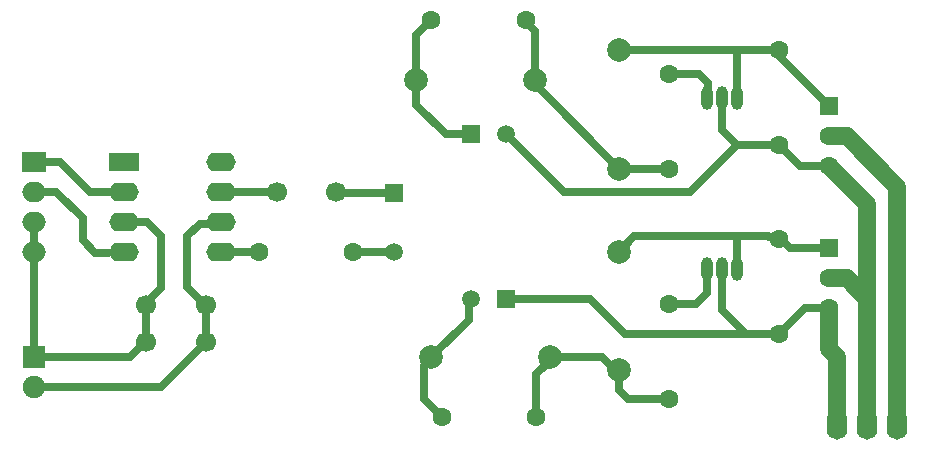
<source format=gbr>
G04*
G04 #@! TF.GenerationSoftware,Altium Limited,Altium Designer,23.6.0 (18)*
G04*
G04 Layer_Physical_Order=2*
G04 Layer_Color=16711680*
%FSLAX44Y44*%
%MOMM*%
G71*
G04*
G04 #@! TF.SameCoordinates,198A47D2-A43C-4DB8-9AD5-68398A9EFA91*
G04*
G04*
G04 #@! TF.FilePolarity,Positive*
G04*
G01*
G75*
%ADD10C,1.5000*%
%ADD11C,0.7000*%
%ADD12C,1.6000*%
%ADD13O,1.0000X2.0000*%
%ADD14O,1.0000X2.0000*%
%ADD15R,1.5000X1.5000*%
%ADD16C,1.5000*%
%ADD17R,1.5000X1.5000*%
%ADD18C,2.0000*%
%ADD19C,1.7000*%
%ADD20C,1.9000*%
%ADD21R,1.9000X1.9000*%
%ADD22R,2.5000X1.6000*%
%ADD23O,2.5000X1.6000*%
%ADD24O,2.0000X1.7000*%
%ADD25R,2.0000X1.7000*%
%ADD26R,1.6000X1.6000*%
%ADD27O,1.7500X2.5000*%
D10*
X1267900Y660000D02*
Y862100D01*
X1225191Y904809D02*
X1267900Y862100D01*
X1210000Y905000D02*
X1210191Y904809D01*
X1225191D01*
X1210000Y879600D02*
X1242500Y847100D01*
Y767500D02*
Y847100D01*
Y660000D02*
Y767500D01*
X1210000Y785000D02*
X1210191Y784809D01*
X1225191D01*
X1242500Y767500D01*
X1210000Y725000D02*
Y759600D01*
X1217100Y660000D02*
Y717900D01*
X1210000Y725000D02*
X1217100Y717900D01*
D11*
X1032350Y690150D02*
Y706850D01*
Y690150D02*
X1040000Y682500D01*
X1075000D01*
X973600Y717950D02*
X1017732D01*
X1028832Y706850D01*
X1032350D01*
X962500Y667150D02*
Y703332D01*
X973600Y714432D01*
Y717950D01*
X1167500Y737500D02*
X1189600Y759600D01*
X1210000D01*
X1008150Y766850D02*
X1037500Y737500D01*
X1140000D01*
X936850Y766850D02*
X1008150D01*
X1120000Y757500D02*
Y792500D01*
X1140000Y737500D02*
X1167500D01*
X1120000Y757500D02*
X1140000Y737500D01*
X1107000Y792200D02*
X1107300Y792500D01*
X1107000Y772000D02*
Y792200D01*
X1097500Y762500D02*
X1107000Y772000D01*
X1075000Y762500D02*
X1097500D01*
X1165778Y819222D02*
X1167500Y817500D01*
X1132700Y820000D02*
X1158900D01*
X1159677Y819222D02*
X1165778D01*
X1158900Y820000D02*
X1159677Y819222D01*
X1167500Y817500D02*
X1169935D01*
X1032350Y806850D02*
X1045500Y820000D01*
X1132700Y792500D02*
Y820000D01*
X1045500D02*
X1132700D01*
X1177035Y810400D02*
X1210000D01*
X1169935Y817500D02*
X1177035Y810400D01*
X960900Y952900D02*
Y993965D01*
X1092500Y857500D02*
X1132500Y897500D01*
X936850Y906850D02*
X986200Y857500D01*
X1092500D01*
X963387Y946463D02*
X1032350Y877500D01*
X963387Y946463D02*
Y950413D01*
X960900Y952900D02*
X963387Y950413D01*
X1167500Y897500D02*
X1185400Y879600D01*
X1210000D01*
X1169222Y971178D02*
X1210000Y930400D01*
X1169222Y971178D02*
Y975778D01*
X1167500Y977500D02*
X1169222Y975778D01*
X1132500Y897500D02*
X1167500D01*
X1122500Y907500D02*
X1132500Y897500D01*
X1120000Y910000D02*
X1122486Y907514D01*
X1122500Y907500D01*
X1122500D01*
X1120000Y910000D02*
Y937500D01*
X1107300D02*
X1107500Y937700D01*
Y950000D01*
X1100000Y957500D02*
X1107500Y950000D01*
X1075000Y957500D02*
X1100000D01*
X1132500Y977500D02*
X1167500D01*
X1032350D02*
X1132500D01*
X1132700Y937500D02*
Y977300D01*
X1132500Y977500D02*
X1132700Y977300D01*
X682300Y730650D02*
Y762400D01*
X537025Y692550D02*
X644200D01*
X682300Y730650D01*
X613250Y832250D02*
X632750D01*
X645000Y820000D01*
X632300Y762400D02*
Y763870D01*
X645000Y776570D01*
Y820000D01*
X632300Y730650D02*
Y762400D01*
X537075Y717950D02*
X618130D01*
X630830Y730650D01*
X632300D01*
X537050Y806850D02*
Y832250D01*
X537062Y717962D02*
X537075Y717950D01*
X537062Y717962D02*
Y806837D01*
X537050Y806850D02*
X537062Y806837D01*
X873600Y717950D02*
X905319Y749669D01*
Y765319D01*
X906850Y766850D01*
X873600Y716100D02*
Y717950D01*
X867500Y710000D02*
X873600Y716100D01*
X867500Y682150D02*
X882500Y667150D01*
X867500Y682150D02*
Y710000D01*
X953600Y1001265D02*
X960900Y993965D01*
X953600Y1001265D02*
Y1003700D01*
X1032350Y877500D02*
X1075000D01*
X860900Y952900D02*
Y990237D01*
X873600Y1002937D01*
Y1003700D01*
X860900Y931600D02*
Y952900D01*
X885650Y906850D02*
X906850D01*
X860900Y931600D02*
X885650Y906850D01*
X807550Y806850D02*
X841850D01*
X792500Y857500D02*
X792825Y857175D01*
X841525D01*
X841850Y856850D01*
X695250Y857650D02*
X695325Y857575D01*
X742425D01*
X742500Y857500D01*
X695250Y806850D02*
X727550D01*
X578500Y816750D02*
Y835250D01*
Y816750D02*
X589000Y806250D01*
X600000D01*
X666750Y777250D02*
Y820000D01*
Y777250D02*
X676029Y767971D01*
X693528Y830528D02*
X695250Y832250D01*
X677278Y830528D02*
X693528D01*
X666750Y820000D02*
X677278Y830528D01*
X556100Y857650D02*
X578500Y835250D01*
X537050Y857650D02*
X556100D01*
X537050Y883050D02*
X559200D01*
X584600Y857650D01*
X613250D01*
D12*
X1167500Y897500D02*
D03*
Y977500D02*
D03*
X1075000Y957500D02*
D03*
Y877500D02*
D03*
X953600Y1003700D02*
D03*
X873600D02*
D03*
X962500Y667150D02*
D03*
X882500D02*
D03*
X807550Y806850D02*
D03*
X727550D02*
D03*
X1167500Y817500D02*
D03*
Y737500D02*
D03*
X1075000Y762500D02*
D03*
Y682500D02*
D03*
X1210000Y905000D02*
D03*
Y879600D02*
D03*
Y785000D02*
D03*
Y759600D02*
D03*
D13*
X1107300Y937500D02*
D03*
Y792500D02*
D03*
D14*
X1120000Y937500D02*
D03*
X1132700D02*
D03*
X1120000Y792500D02*
D03*
X1132700D02*
D03*
D15*
X936850Y766850D02*
D03*
X906850Y906850D02*
D03*
D16*
X906850Y766850D02*
D03*
X936850Y906850D02*
D03*
X841850Y806850D02*
D03*
D17*
Y856850D02*
D03*
D18*
X1032350Y877500D02*
D03*
Y977500D02*
D03*
X960900Y952900D02*
D03*
X860900D02*
D03*
X1032350Y706850D02*
D03*
Y806850D02*
D03*
X973600Y717950D02*
D03*
X873600D02*
D03*
D19*
X792500Y857500D02*
D03*
X742500D02*
D03*
X632300Y762400D02*
D03*
X682300D02*
D03*
X632300Y730650D02*
D03*
X682300D02*
D03*
D20*
X537025Y692550D02*
D03*
D21*
X537075Y717950D02*
D03*
D22*
X613250Y883050D02*
D03*
D23*
Y857650D02*
D03*
Y832250D02*
D03*
Y806850D02*
D03*
X695250Y883050D02*
D03*
Y857650D02*
D03*
Y832250D02*
D03*
Y806850D02*
D03*
D24*
X537050D02*
D03*
Y832250D02*
D03*
Y857650D02*
D03*
D25*
Y883050D02*
D03*
D26*
X1210000Y930400D02*
D03*
Y810400D02*
D03*
D27*
X1217100Y660000D02*
D03*
X1242500D02*
D03*
X1267900D02*
D03*
M02*

</source>
